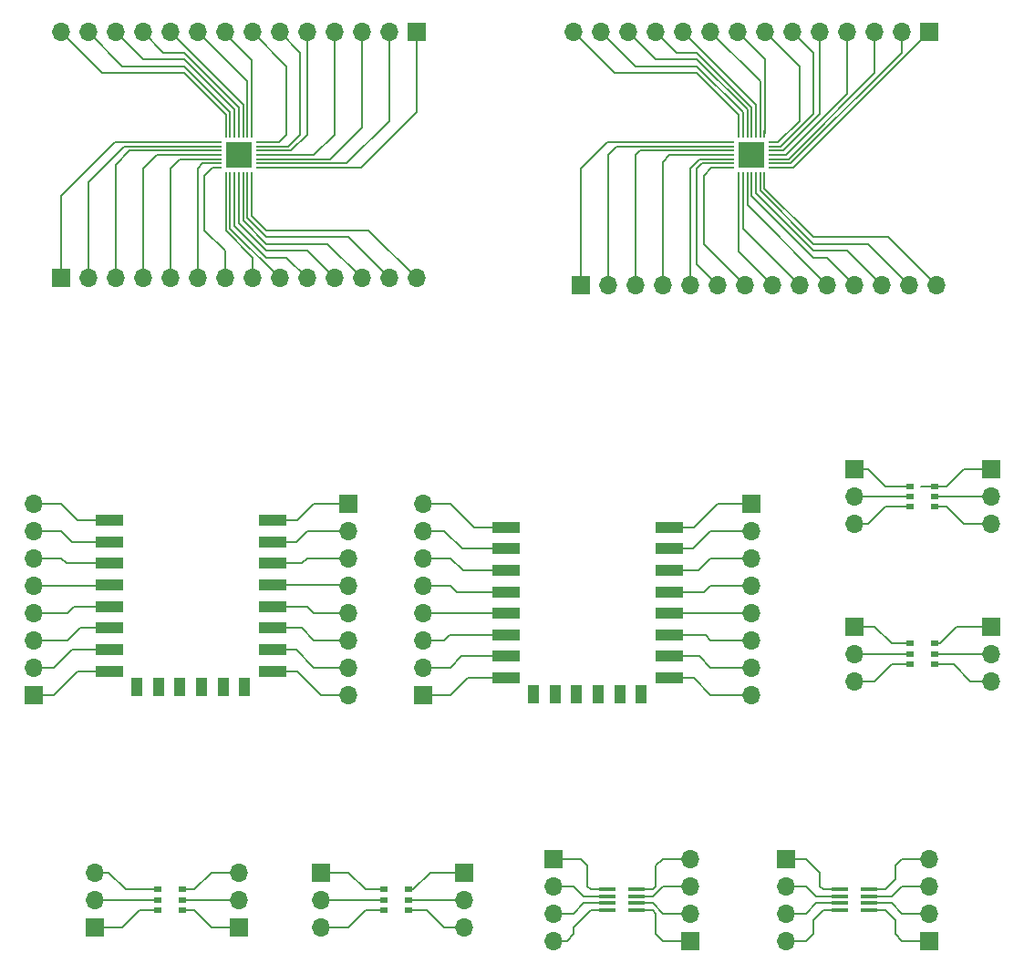
<source format=gbr>
G04 #@! TF.FileFunction,Copper,L1,Top,Signal*
%FSLAX46Y46*%
G04 Gerber Fmt 4.6, Leading zero omitted, Abs format (unit mm)*
G04 Created by KiCad (PCBNEW 4.0.7) date 02/20/18 21:57:49*
%MOMM*%
%LPD*%
G01*
G04 APERTURE LIST*
%ADD10C,0.100000*%
%ADD11R,0.800000X0.200000*%
%ADD12R,0.200000X0.800000*%
%ADD13R,1.200000X1.200000*%
%ADD14R,1.700000X1.700000*%
%ADD15O,1.700000X1.700000*%
%ADD16R,0.700000X0.510000*%
%ADD17R,2.500000X1.000000*%
%ADD18R,1.000000X1.800000*%
%ADD19R,1.560000X0.400000*%
%ADD20C,0.160000*%
G04 APERTURE END LIST*
D10*
D11*
X40050000Y-37395000D03*
X40050000Y-36995000D03*
X40050000Y-36595000D03*
X40050000Y-36195000D03*
X40050000Y-35795000D03*
X40050000Y-35395000D03*
X40050000Y-34995000D03*
D12*
X39300000Y-34245000D03*
X38900000Y-34245000D03*
X38500000Y-34245000D03*
X38100000Y-34245000D03*
X37700000Y-34245000D03*
X37300000Y-34245000D03*
X36900000Y-34245000D03*
D11*
X36150000Y-34995000D03*
X36150000Y-35395000D03*
X36150000Y-35795000D03*
X36150000Y-36195000D03*
X36150000Y-36595000D03*
X36150000Y-36995000D03*
X36150000Y-37395000D03*
D12*
X36900000Y-38145000D03*
X37300000Y-38145000D03*
X37700000Y-38145000D03*
X38100000Y-38145000D03*
X38500000Y-38145000D03*
X38900000Y-38145000D03*
X39300000Y-38145000D03*
D13*
X37500000Y-35595000D03*
X37500000Y-36795000D03*
X38700000Y-35595000D03*
X38700000Y-36795000D03*
D14*
X54610000Y-24765000D03*
D15*
X52070000Y-24765000D03*
X49530000Y-24765000D03*
X46990000Y-24765000D03*
X44450000Y-24765000D03*
X41910000Y-24765000D03*
X39370000Y-24765000D03*
X36830000Y-24765000D03*
X34290000Y-24765000D03*
X31750000Y-24765000D03*
X29210000Y-24765000D03*
X26670000Y-24765000D03*
X24130000Y-24765000D03*
X21590000Y-24765000D03*
D14*
X21590000Y-47625000D03*
D15*
X24130000Y-47625000D03*
X26670000Y-47625000D03*
X29210000Y-47625000D03*
X31750000Y-47625000D03*
X34290000Y-47625000D03*
X36830000Y-47625000D03*
X39370000Y-47625000D03*
X41910000Y-47625000D03*
X44450000Y-47625000D03*
X46990000Y-47625000D03*
X49530000Y-47625000D03*
X52070000Y-47625000D03*
X54610000Y-47625000D03*
D14*
X21590000Y-47625000D03*
D15*
X24130000Y-47625000D03*
X26670000Y-47625000D03*
X29210000Y-47625000D03*
X31750000Y-47625000D03*
X34290000Y-47625000D03*
X36830000Y-47625000D03*
X39370000Y-47625000D03*
X41910000Y-47625000D03*
X44450000Y-47625000D03*
X46990000Y-47625000D03*
X49530000Y-47625000D03*
X52070000Y-47625000D03*
X54610000Y-47625000D03*
D14*
X54610000Y-24765000D03*
D15*
X52070000Y-24765000D03*
X49530000Y-24765000D03*
X46990000Y-24765000D03*
X44450000Y-24765000D03*
X41910000Y-24765000D03*
X39370000Y-24765000D03*
X36830000Y-24765000D03*
X34290000Y-24765000D03*
X31750000Y-24765000D03*
X29210000Y-24765000D03*
X26670000Y-24765000D03*
X24130000Y-24765000D03*
X21590000Y-24765000D03*
D11*
X40050000Y-37395000D03*
X40050000Y-36995000D03*
X40050000Y-36595000D03*
X40050000Y-36195000D03*
X40050000Y-35795000D03*
X40050000Y-35395000D03*
X40050000Y-34995000D03*
D12*
X39300000Y-34245000D03*
X38900000Y-34245000D03*
X38500000Y-34245000D03*
X38100000Y-34245000D03*
X37700000Y-34245000D03*
X37300000Y-34245000D03*
X36900000Y-34245000D03*
D11*
X36150000Y-34995000D03*
X36150000Y-35395000D03*
X36150000Y-35795000D03*
X36150000Y-36195000D03*
X36150000Y-36595000D03*
X36150000Y-36995000D03*
X36150000Y-37395000D03*
D12*
X36900000Y-38145000D03*
X37300000Y-38145000D03*
X37700000Y-38145000D03*
X38100000Y-38145000D03*
X38500000Y-38145000D03*
X38900000Y-38145000D03*
X39300000Y-38145000D03*
D13*
X37500000Y-35595000D03*
X37500000Y-36795000D03*
X38700000Y-35595000D03*
X38700000Y-36795000D03*
D14*
X95250000Y-65405000D03*
D15*
X95250000Y-67945000D03*
X95250000Y-70485000D03*
D14*
X19050000Y-86360000D03*
D15*
X19050000Y-83820000D03*
X19050000Y-81280000D03*
X19050000Y-78740000D03*
X19050000Y-76200000D03*
X19050000Y-73660000D03*
X19050000Y-71120000D03*
X19050000Y-68580000D03*
D14*
X107950000Y-65405000D03*
D15*
X107950000Y-67945000D03*
X107950000Y-70485000D03*
D14*
X48260000Y-68580000D03*
D15*
X48260000Y-71120000D03*
X48260000Y-73660000D03*
X48260000Y-76200000D03*
X48260000Y-78740000D03*
X48260000Y-81280000D03*
X48260000Y-83820000D03*
X48260000Y-86360000D03*
D14*
X69850000Y-48260000D03*
D15*
X72390000Y-48260000D03*
X74930000Y-48260000D03*
X77470000Y-48260000D03*
X80010000Y-48260000D03*
X82550000Y-48260000D03*
X85090000Y-48260000D03*
X87630000Y-48260000D03*
X90170000Y-48260000D03*
X92710000Y-48260000D03*
X95250000Y-48260000D03*
X97790000Y-48260000D03*
X100330000Y-48260000D03*
X102870000Y-48260000D03*
D14*
X102235000Y-24765000D03*
D15*
X99695000Y-24765000D03*
X97155000Y-24765000D03*
X94615000Y-24765000D03*
X92075000Y-24765000D03*
X89535000Y-24765000D03*
X86995000Y-24765000D03*
X84455000Y-24765000D03*
X81915000Y-24765000D03*
X79375000Y-24765000D03*
X76835000Y-24765000D03*
X74295000Y-24765000D03*
X71755000Y-24765000D03*
X69215000Y-24765000D03*
D14*
X95250000Y-80010000D03*
D15*
X95250000Y-82550000D03*
X95250000Y-85090000D03*
D14*
X55245000Y-86360000D03*
D15*
X55245000Y-83820000D03*
X55245000Y-81280000D03*
X55245000Y-78740000D03*
X55245000Y-76200000D03*
X55245000Y-73660000D03*
X55245000Y-71120000D03*
X55245000Y-68580000D03*
D14*
X107950000Y-80010000D03*
D15*
X107950000Y-82550000D03*
X107950000Y-85090000D03*
D14*
X45720000Y-102870000D03*
D15*
X45720000Y-105410000D03*
X45720000Y-107950000D03*
D14*
X38100000Y-107950000D03*
D15*
X38100000Y-105410000D03*
X38100000Y-102870000D03*
D14*
X85725000Y-68580000D03*
D15*
X85725000Y-71120000D03*
X85725000Y-73660000D03*
X85725000Y-76200000D03*
X85725000Y-78740000D03*
X85725000Y-81280000D03*
X85725000Y-83820000D03*
X85725000Y-86360000D03*
D14*
X59055000Y-102870000D03*
D15*
X59055000Y-105410000D03*
X59055000Y-107950000D03*
D14*
X24765000Y-107950000D03*
D15*
X24765000Y-105410000D03*
X24765000Y-102870000D03*
D16*
X100440000Y-66995000D03*
X100440000Y-67945000D03*
X100440000Y-68895000D03*
X102760000Y-68895000D03*
X102760000Y-67945000D03*
X102760000Y-66995000D03*
D11*
X87675000Y-37395000D03*
X87675000Y-36995000D03*
X87675000Y-36595000D03*
X87675000Y-36195000D03*
X87675000Y-35795000D03*
X87675000Y-35395000D03*
X87675000Y-34995000D03*
D12*
X86925000Y-34245000D03*
X86525000Y-34245000D03*
X86125000Y-34245000D03*
X85725000Y-34245000D03*
X85325000Y-34245000D03*
X84925000Y-34245000D03*
X84525000Y-34245000D03*
D11*
X83775000Y-34995000D03*
X83775000Y-35395000D03*
X83775000Y-35795000D03*
X83775000Y-36195000D03*
X83775000Y-36595000D03*
X83775000Y-36995000D03*
X83775000Y-37395000D03*
D12*
X84525000Y-38145000D03*
X84925000Y-38145000D03*
X85325000Y-38145000D03*
X85725000Y-38145000D03*
X86125000Y-38145000D03*
X86525000Y-38145000D03*
X86925000Y-38145000D03*
D13*
X85125000Y-35595000D03*
X85125000Y-36795000D03*
X86325000Y-35595000D03*
X86325000Y-36795000D03*
D16*
X100440000Y-81600000D03*
X100440000Y-82550000D03*
X100440000Y-83500000D03*
X102760000Y-83500000D03*
X102760000Y-82550000D03*
X102760000Y-81600000D03*
X51545000Y-104460000D03*
X51545000Y-105410000D03*
X51545000Y-106360000D03*
X53865000Y-106360000D03*
X53865000Y-105410000D03*
X53865000Y-104460000D03*
D17*
X26055000Y-70160000D03*
X26055000Y-72160000D03*
X26055000Y-74160000D03*
X26055000Y-76160000D03*
X26055000Y-78160000D03*
X26055000Y-80160000D03*
X26055000Y-82160000D03*
X26055000Y-84160000D03*
D18*
X28655000Y-85660000D03*
X30655000Y-85660000D03*
X32655000Y-85660000D03*
X34655000Y-85660000D03*
X36655000Y-85660000D03*
X38655000Y-85660000D03*
D17*
X41255000Y-84160000D03*
X41255000Y-82160000D03*
X41255000Y-80160000D03*
X41255000Y-78160000D03*
X41255000Y-76160000D03*
X41255000Y-74160000D03*
X41255000Y-72160000D03*
X41255000Y-70160000D03*
X62885000Y-70795000D03*
X62885000Y-72795000D03*
X62885000Y-74795000D03*
X62885000Y-76795000D03*
X62885000Y-78795000D03*
X62885000Y-80795000D03*
X62885000Y-82795000D03*
X62885000Y-84795000D03*
D18*
X65485000Y-86295000D03*
X67485000Y-86295000D03*
X69485000Y-86295000D03*
X71485000Y-86295000D03*
X73485000Y-86295000D03*
X75485000Y-86295000D03*
D17*
X78085000Y-84795000D03*
X78085000Y-82795000D03*
X78085000Y-80795000D03*
X78085000Y-78795000D03*
X78085000Y-76795000D03*
X78085000Y-74795000D03*
X78085000Y-72795000D03*
X78085000Y-70795000D03*
D16*
X32910000Y-106360000D03*
X32910000Y-105410000D03*
X32910000Y-104460000D03*
X30590000Y-104460000D03*
X30590000Y-105410000D03*
X30590000Y-106360000D03*
D14*
X80010000Y-109220000D03*
D15*
X80010000Y-106680000D03*
X80010000Y-104140000D03*
X80010000Y-101600000D03*
D14*
X67310000Y-101600000D03*
D15*
X67310000Y-104140000D03*
X67310000Y-106680000D03*
X67310000Y-109220000D03*
D14*
X102235000Y-109220000D03*
D15*
X102235000Y-106680000D03*
X102235000Y-104140000D03*
X102235000Y-101600000D03*
D14*
X88900000Y-101600000D03*
D15*
X88900000Y-104140000D03*
X88900000Y-106680000D03*
X88900000Y-109220000D03*
D19*
X72310000Y-104430000D03*
X72310000Y-105080000D03*
X72310000Y-105740000D03*
X72310000Y-106390000D03*
X75010000Y-106390000D03*
X75010000Y-105740000D03*
X75010000Y-105080000D03*
X75010000Y-104430000D03*
X93900000Y-104430000D03*
X93900000Y-105080000D03*
X93900000Y-105740000D03*
X93900000Y-106390000D03*
X96600000Y-106390000D03*
X96600000Y-105740000D03*
X96600000Y-105080000D03*
X96600000Y-104430000D03*
D20*
X26600000Y-34995000D02*
X36150000Y-34995000D01*
X21590000Y-40005000D02*
X26600000Y-34995000D01*
X21590000Y-47625000D02*
X21590000Y-40005000D01*
X21590000Y-47625000D02*
X21590000Y-40005000D01*
X21590000Y-40005000D02*
X26600000Y-34995000D01*
X26600000Y-34995000D02*
X36150000Y-34995000D01*
X27470000Y-35395000D02*
X36150000Y-35395000D01*
X24130000Y-38735000D02*
X27470000Y-35395000D01*
X24130000Y-47625000D02*
X24130000Y-38735000D01*
X24130000Y-47625000D02*
X24130000Y-38735000D01*
X24130000Y-38735000D02*
X27470000Y-35395000D01*
X27470000Y-35395000D02*
X36150000Y-35395000D01*
X27974240Y-35795000D02*
X36150000Y-35795000D01*
X26670000Y-37099240D02*
X27974240Y-35795000D01*
X26670000Y-47625000D02*
X26670000Y-37099240D01*
X26670000Y-47625000D02*
X26670000Y-37099240D01*
X26670000Y-37099240D02*
X27974240Y-35795000D01*
X27974240Y-35795000D02*
X36150000Y-35795000D01*
X30480000Y-36195000D02*
X36150000Y-36195000D01*
X29210000Y-37465000D02*
X30480000Y-36195000D01*
X29210000Y-47625000D02*
X29210000Y-37465000D01*
X29210000Y-47625000D02*
X29210000Y-37465000D01*
X29210000Y-37465000D02*
X30480000Y-36195000D01*
X30480000Y-36195000D02*
X36150000Y-36195000D01*
X32620000Y-36595000D02*
X36150000Y-36595000D01*
X31750000Y-37465000D02*
X32620000Y-36595000D01*
X31750000Y-47625000D02*
X31750000Y-37465000D01*
X31750000Y-47625000D02*
X31750000Y-37465000D01*
X31750000Y-37465000D02*
X32620000Y-36595000D01*
X32620000Y-36595000D02*
X36150000Y-36595000D01*
X34290000Y-37465000D02*
X34290000Y-47625000D01*
X34760000Y-36995000D02*
X34290000Y-37465000D01*
X36150000Y-36995000D02*
X34760000Y-36995000D01*
X36150000Y-36995000D02*
X34760000Y-36995000D01*
X34760000Y-36995000D02*
X34290000Y-37465000D01*
X34290000Y-37465000D02*
X34290000Y-47625000D01*
X36830000Y-45085000D02*
X36830000Y-47625000D01*
X34925000Y-43180000D02*
X36830000Y-45085000D01*
X34925000Y-38100000D02*
X34925000Y-43180000D01*
X35630000Y-37395000D02*
X34925000Y-38100000D01*
X36150000Y-37395000D02*
X35630000Y-37395000D01*
X36150000Y-37395000D02*
X35630000Y-37395000D01*
X35630000Y-37395000D02*
X34925000Y-38100000D01*
X34925000Y-38100000D02*
X34925000Y-43180000D01*
X34925000Y-43180000D02*
X36830000Y-45085000D01*
X36830000Y-45085000D02*
X36830000Y-47625000D01*
X39370000Y-45720000D02*
X39370000Y-47625000D01*
X36900000Y-43250000D02*
X39370000Y-45720000D01*
X36900000Y-38145000D02*
X36900000Y-43250000D01*
X36900000Y-38145000D02*
X36900000Y-43250000D01*
X36900000Y-43250000D02*
X39370000Y-45720000D01*
X39370000Y-45720000D02*
X39370000Y-47625000D01*
X37300000Y-43015000D02*
X41910000Y-47625000D01*
X37300000Y-38145000D02*
X37300000Y-43015000D01*
X37300000Y-38145000D02*
X37300000Y-43015000D01*
X37300000Y-43015000D02*
X41910000Y-47625000D01*
X42545000Y-45720000D02*
X44450000Y-47625000D01*
X40640000Y-45720000D02*
X42545000Y-45720000D01*
X37700000Y-42780000D02*
X40640000Y-45720000D01*
X37700000Y-38145000D02*
X37700000Y-42780000D01*
X37700000Y-38145000D02*
X37700000Y-42780000D01*
X37700000Y-42780000D02*
X40640000Y-45720000D01*
X40640000Y-45720000D02*
X42545000Y-45720000D01*
X42545000Y-45720000D02*
X44450000Y-47625000D01*
X44450000Y-45085000D02*
X46990000Y-47625000D01*
X40640000Y-45085000D02*
X44450000Y-45085000D01*
X38100000Y-42545000D02*
X40640000Y-45085000D01*
X38100000Y-38145000D02*
X38100000Y-42545000D01*
X38100000Y-38145000D02*
X38100000Y-42545000D01*
X38100000Y-42545000D02*
X40640000Y-45085000D01*
X40640000Y-45085000D02*
X44450000Y-45085000D01*
X44450000Y-45085000D02*
X46990000Y-47625000D01*
X46355000Y-44450000D02*
X49530000Y-47625000D01*
X40640000Y-44450000D02*
X46355000Y-44450000D01*
X38500000Y-42310000D02*
X40640000Y-44450000D01*
X38500000Y-38145000D02*
X38500000Y-42310000D01*
X38500000Y-38145000D02*
X38500000Y-42310000D01*
X38500000Y-42310000D02*
X40640000Y-44450000D01*
X40640000Y-44450000D02*
X46355000Y-44450000D01*
X46355000Y-44450000D02*
X49530000Y-47625000D01*
X48260000Y-43815000D02*
X52070000Y-47625000D01*
X40640000Y-43815000D02*
X48260000Y-43815000D01*
X38900000Y-42075000D02*
X40640000Y-43815000D01*
X38900000Y-38145000D02*
X38900000Y-42075000D01*
X38900000Y-38145000D02*
X38900000Y-42075000D01*
X38900000Y-42075000D02*
X40640000Y-43815000D01*
X40640000Y-43815000D02*
X48260000Y-43815000D01*
X48260000Y-43815000D02*
X52070000Y-47625000D01*
X50165000Y-43180000D02*
X54610000Y-47625000D01*
X40640000Y-43180000D02*
X50165000Y-43180000D01*
X39300000Y-41840000D02*
X40640000Y-43180000D01*
X39300000Y-38145000D02*
X39300000Y-41840000D01*
X39300000Y-38145000D02*
X39300000Y-41840000D01*
X39300000Y-41840000D02*
X40640000Y-43180000D01*
X40640000Y-43180000D02*
X50165000Y-43180000D01*
X50165000Y-43180000D02*
X54610000Y-47625000D01*
X54610000Y-32245000D02*
X54610000Y-24765000D01*
X49460000Y-37395000D02*
X54610000Y-32245000D01*
X40050000Y-37395000D02*
X49460000Y-37395000D01*
X40050000Y-37395000D02*
X49460000Y-37395000D01*
X49460000Y-37395000D02*
X54610000Y-32245000D01*
X54610000Y-32245000D02*
X54610000Y-24765000D01*
X52070000Y-33020000D02*
X52070000Y-24765000D01*
X48095000Y-36995000D02*
X52070000Y-33020000D01*
X40050000Y-36995000D02*
X48095000Y-36995000D01*
X40050000Y-36995000D02*
X48095000Y-36995000D01*
X48095000Y-36995000D02*
X52070000Y-33020000D01*
X52070000Y-33020000D02*
X52070000Y-24765000D01*
X49530000Y-33655000D02*
X49530000Y-24765000D01*
X46590000Y-36595000D02*
X49530000Y-33655000D01*
X40050000Y-36595000D02*
X46590000Y-36595000D01*
X40050000Y-36595000D02*
X46590000Y-36595000D01*
X46590000Y-36595000D02*
X49530000Y-33655000D01*
X49530000Y-33655000D02*
X49530000Y-24765000D01*
X46990000Y-34290000D02*
X46990000Y-24765000D01*
X45085000Y-36195000D02*
X46990000Y-34290000D01*
X40050000Y-36195000D02*
X45085000Y-36195000D01*
X40050000Y-36195000D02*
X45085000Y-36195000D01*
X45085000Y-36195000D02*
X46990000Y-34290000D01*
X46990000Y-34290000D02*
X46990000Y-24765000D01*
X44450000Y-34290000D02*
X44450000Y-24765000D01*
X42945000Y-35795000D02*
X44450000Y-34290000D01*
X40050000Y-35795000D02*
X42945000Y-35795000D01*
X40050000Y-35795000D02*
X42945000Y-35795000D01*
X42945000Y-35795000D02*
X44450000Y-34290000D01*
X44450000Y-34290000D02*
X44450000Y-24765000D01*
X43815000Y-26670000D02*
X41910000Y-24765000D01*
X43815000Y-34290000D02*
X43815000Y-26670000D01*
X42710000Y-35395000D02*
X43815000Y-34290000D01*
X40050000Y-35395000D02*
X42710000Y-35395000D01*
X40050000Y-35395000D02*
X42710000Y-35395000D01*
X42710000Y-35395000D02*
X43815000Y-34290000D01*
X43815000Y-34290000D02*
X43815000Y-26670000D01*
X43815000Y-26670000D02*
X41910000Y-24765000D01*
X42545000Y-27940000D02*
X39370000Y-24765000D01*
X42545000Y-34290000D02*
X42545000Y-27940000D01*
X41840000Y-34995000D02*
X42545000Y-34290000D01*
X40050000Y-34995000D02*
X41840000Y-34995000D01*
X40050000Y-34995000D02*
X41840000Y-34995000D01*
X41840000Y-34995000D02*
X42545000Y-34290000D01*
X42545000Y-34290000D02*
X42545000Y-27940000D01*
X42545000Y-27940000D02*
X39370000Y-24765000D01*
X36830000Y-24905000D02*
X36830000Y-24765000D01*
X39300000Y-27375000D02*
X36830000Y-24905000D01*
X39300000Y-34245000D02*
X39300000Y-27375000D01*
X39300000Y-34245000D02*
X39300000Y-27375000D01*
X39300000Y-27375000D02*
X36830000Y-24905000D01*
X36830000Y-24905000D02*
X36830000Y-24765000D01*
X38900000Y-29375000D02*
X34290000Y-24765000D01*
X38900000Y-34245000D02*
X38900000Y-29375000D01*
X38900000Y-34245000D02*
X38900000Y-29375000D01*
X38900000Y-29375000D02*
X34290000Y-24765000D01*
X38500000Y-31515000D02*
X31750000Y-24765000D01*
X38500000Y-34245000D02*
X38500000Y-31515000D01*
X38500000Y-34245000D02*
X38500000Y-31515000D01*
X38500000Y-31515000D02*
X31750000Y-24765000D01*
X31115000Y-26670000D02*
X29210000Y-24765000D01*
X33020000Y-26670000D02*
X31115000Y-26670000D01*
X38100000Y-31750000D02*
X33020000Y-26670000D01*
X38100000Y-34245000D02*
X38100000Y-31750000D01*
X38100000Y-34245000D02*
X38100000Y-31750000D01*
X38100000Y-31750000D02*
X33020000Y-26670000D01*
X33020000Y-26670000D02*
X31115000Y-26670000D01*
X31115000Y-26670000D02*
X29210000Y-24765000D01*
X29210000Y-27305000D02*
X26670000Y-24765000D01*
X33020000Y-27305000D02*
X29210000Y-27305000D01*
X37700000Y-31985000D02*
X33020000Y-27305000D01*
X37700000Y-34245000D02*
X37700000Y-31985000D01*
X37700000Y-34245000D02*
X37700000Y-31985000D01*
X37700000Y-31985000D02*
X33020000Y-27305000D01*
X33020000Y-27305000D02*
X29210000Y-27305000D01*
X29210000Y-27305000D02*
X26670000Y-24765000D01*
X27305000Y-27940000D02*
X24130000Y-24765000D01*
X33020000Y-27940000D02*
X27305000Y-27940000D01*
X37300000Y-32220000D02*
X33020000Y-27940000D01*
X37300000Y-34245000D02*
X37300000Y-32220000D01*
X37300000Y-34245000D02*
X37300000Y-32220000D01*
X37300000Y-32220000D02*
X33020000Y-27940000D01*
X33020000Y-27940000D02*
X27305000Y-27940000D01*
X27305000Y-27940000D02*
X24130000Y-24765000D01*
X25400000Y-28575000D02*
X21590000Y-24765000D01*
X33020000Y-28575000D02*
X25400000Y-28575000D01*
X36900000Y-32455000D02*
X33020000Y-28575000D01*
X36900000Y-34245000D02*
X36900000Y-32455000D01*
X36900000Y-34245000D02*
X36900000Y-32455000D01*
X36900000Y-32455000D02*
X33020000Y-28575000D01*
X33020000Y-28575000D02*
X25400000Y-28575000D01*
X25400000Y-28575000D02*
X21590000Y-24765000D01*
X99060000Y-66995000D02*
X100440000Y-66995000D01*
X99170000Y-66995000D02*
X99060000Y-66995000D01*
X99060000Y-66995000D02*
X98110000Y-66995000D01*
X98110000Y-66995000D02*
X96520000Y-65405000D01*
X96520000Y-65405000D02*
X95250000Y-65405000D01*
X99060000Y-67945000D02*
X100440000Y-67945000D01*
X95250000Y-67945000D02*
X99060000Y-67945000D01*
X99060000Y-67945000D02*
X99170000Y-67945000D01*
X99060000Y-68895000D02*
X100440000Y-68895000D01*
X95250000Y-70485000D02*
X96520000Y-70485000D01*
X96520000Y-70485000D02*
X98110000Y-68895000D01*
X98110000Y-68895000D02*
X99060000Y-68895000D01*
X99060000Y-68895000D02*
X99170000Y-68895000D01*
X19050000Y-86360000D02*
X20955000Y-86360000D01*
X20955000Y-86360000D02*
X23155000Y-84160000D01*
X23155000Y-84160000D02*
X26055000Y-84160000D01*
X19050000Y-83820000D02*
X20955000Y-83820000D01*
X20955000Y-83820000D02*
X22615000Y-82160000D01*
X22615000Y-82160000D02*
X26055000Y-82160000D01*
X19050000Y-81280000D02*
X22225000Y-81280000D01*
X22225000Y-81280000D02*
X23345000Y-80160000D01*
X23345000Y-80160000D02*
X26055000Y-80160000D01*
X19050000Y-78740000D02*
X22225000Y-78740000D01*
X22225000Y-78740000D02*
X22805000Y-78160000D01*
X22805000Y-78160000D02*
X26055000Y-78160000D01*
X19050000Y-76200000D02*
X26015000Y-76200000D01*
X26015000Y-76200000D02*
X26055000Y-76160000D01*
X19050000Y-73660000D02*
X21590000Y-73660000D01*
X21590000Y-73660000D02*
X22090000Y-74160000D01*
X22090000Y-74160000D02*
X26055000Y-74160000D01*
X19050000Y-71120000D02*
X21590000Y-71120000D01*
X21590000Y-71120000D02*
X22630000Y-72160000D01*
X22630000Y-72160000D02*
X26055000Y-72160000D01*
X19050000Y-68580000D02*
X21590000Y-68580000D01*
X21590000Y-68580000D02*
X23170000Y-70160000D01*
X23170000Y-70160000D02*
X26055000Y-70160000D01*
X102760000Y-66995000D02*
X103820000Y-66995000D01*
X103820000Y-66995000D02*
X105410000Y-65405000D01*
X105410000Y-65405000D02*
X107950000Y-65405000D01*
X102550000Y-66995000D02*
X101490000Y-66995000D01*
X102760000Y-67945000D02*
X107950000Y-67945000D01*
X102760000Y-68895000D02*
X103820000Y-68895000D01*
X103820000Y-68895000D02*
X105410000Y-70485000D01*
X105410000Y-70485000D02*
X107950000Y-70485000D01*
X41255000Y-70160000D02*
X43505000Y-70160000D01*
X43505000Y-70160000D02*
X45085000Y-68580000D01*
X45085000Y-68580000D02*
X48260000Y-68580000D01*
X41255000Y-72160000D02*
X43410000Y-72160000D01*
X43410000Y-72160000D02*
X44450000Y-71120000D01*
X44450000Y-71120000D02*
X48260000Y-71120000D01*
X41255000Y-74160000D02*
X43950000Y-74160000D01*
X43950000Y-74160000D02*
X44450000Y-73660000D01*
X44450000Y-73660000D02*
X48260000Y-73660000D01*
X41255000Y-76160000D02*
X48220000Y-76160000D01*
X48220000Y-76160000D02*
X48260000Y-76200000D01*
X41255000Y-78160000D02*
X44505000Y-78160000D01*
X44505000Y-78160000D02*
X45085000Y-78740000D01*
X45085000Y-78740000D02*
X48260000Y-78740000D01*
X41255000Y-80160000D02*
X43965000Y-80160000D01*
X43965000Y-80160000D02*
X45085000Y-81280000D01*
X45085000Y-81280000D02*
X48260000Y-81280000D01*
X41255000Y-82160000D02*
X43425000Y-82160000D01*
X43425000Y-82160000D02*
X45085000Y-83820000D01*
X45085000Y-83820000D02*
X48260000Y-83820000D01*
X41255000Y-84160000D02*
X43520000Y-84160000D01*
X43520000Y-84160000D02*
X45720000Y-86360000D01*
X45720000Y-86360000D02*
X48260000Y-86360000D01*
X69850000Y-48260000D02*
X69850000Y-37465000D01*
X69850000Y-37465000D02*
X72320000Y-34995000D01*
X72320000Y-34995000D02*
X83775000Y-34995000D01*
X72390000Y-48260000D02*
X72390000Y-36195000D01*
X72390000Y-36195000D02*
X73190000Y-35395000D01*
X73190000Y-35395000D02*
X83775000Y-35395000D01*
X74930000Y-48260000D02*
X74930000Y-36195000D01*
X74930000Y-36195000D02*
X75330000Y-35795000D01*
X75330000Y-35795000D02*
X83775000Y-35795000D01*
X77470000Y-48260000D02*
X77470000Y-36830000D01*
X77470000Y-36830000D02*
X78105000Y-36195000D01*
X78105000Y-36195000D02*
X83775000Y-36195000D01*
X80010000Y-48260000D02*
X80010000Y-37465000D01*
X80010000Y-37465000D02*
X80880000Y-36595000D01*
X80880000Y-36595000D02*
X83775000Y-36595000D01*
X83775000Y-36995000D02*
X81115000Y-36995000D01*
X81115000Y-36995000D02*
X80645000Y-37465000D01*
X80645000Y-37465000D02*
X80645000Y-46355000D01*
X80645000Y-46355000D02*
X82550000Y-48260000D01*
X83775000Y-37395000D02*
X81985000Y-37395000D01*
X81985000Y-37395000D02*
X81280000Y-38100000D01*
X81280000Y-38100000D02*
X81280000Y-44450000D01*
X81280000Y-44450000D02*
X85090000Y-48260000D01*
X84525000Y-38145000D02*
X84525000Y-45155000D01*
X84525000Y-45155000D02*
X87630000Y-48260000D01*
X84925000Y-38145000D02*
X84925000Y-43015000D01*
X84925000Y-43015000D02*
X90170000Y-48260000D01*
X85325000Y-38145000D02*
X85325000Y-40875000D01*
X85325000Y-40875000D02*
X92710000Y-48260000D01*
X85725000Y-38145000D02*
X85725000Y-40005000D01*
X85725000Y-40005000D02*
X91440000Y-45720000D01*
X91440000Y-45720000D02*
X92710000Y-45720000D01*
X92710000Y-45720000D02*
X95250000Y-48260000D01*
X86125000Y-38145000D02*
X86125000Y-39770000D01*
X86125000Y-39770000D02*
X91440000Y-45085000D01*
X91440000Y-45085000D02*
X94615000Y-45085000D01*
X94615000Y-45085000D02*
X97790000Y-48260000D01*
X86525000Y-38145000D02*
X86525000Y-39535000D01*
X86525000Y-39535000D02*
X91440000Y-44450000D01*
X91440000Y-44450000D02*
X96520000Y-44450000D01*
X96520000Y-44450000D02*
X100330000Y-48260000D01*
X86925000Y-38145000D02*
X86925000Y-39300000D01*
X86925000Y-39300000D02*
X91440000Y-43815000D01*
X91440000Y-43815000D02*
X98425000Y-43815000D01*
X98425000Y-43815000D02*
X102870000Y-48260000D01*
X87675000Y-37395000D02*
X89605000Y-37395000D01*
X89605000Y-37395000D02*
X102235000Y-24765000D01*
X87675000Y-36995000D02*
X89370000Y-36995000D01*
X89370000Y-36995000D02*
X99695000Y-26670000D01*
X99695000Y-26670000D02*
X99695000Y-24765000D01*
X87675000Y-36595000D02*
X89135000Y-36595000D01*
X89135000Y-36595000D02*
X97155000Y-28575000D01*
X97155000Y-28575000D02*
X97155000Y-24765000D01*
X87675000Y-36195000D02*
X88900000Y-36195000D01*
X88900000Y-36195000D02*
X94615000Y-30480000D01*
X94615000Y-30480000D02*
X94615000Y-24765000D01*
X87675000Y-35795000D02*
X88665000Y-35795000D01*
X88665000Y-35795000D02*
X92075000Y-32385000D01*
X92075000Y-32385000D02*
X92075000Y-24765000D01*
X87675000Y-35395000D02*
X88430000Y-35395000D01*
X88430000Y-35395000D02*
X91440000Y-32385000D01*
X91440000Y-32385000D02*
X91440000Y-26670000D01*
X91440000Y-26670000D02*
X89535000Y-24765000D01*
X87675000Y-34995000D02*
X88195000Y-34995000D01*
X88195000Y-34995000D02*
X90170000Y-33020000D01*
X90170000Y-33020000D02*
X90170000Y-27940000D01*
X90170000Y-27940000D02*
X86995000Y-24765000D01*
X86925000Y-34245000D02*
X86995000Y-34175000D01*
X86995000Y-34175000D02*
X86995000Y-27305000D01*
X86995000Y-27305000D02*
X84455000Y-24765000D01*
X86525000Y-34245000D02*
X86525000Y-29375000D01*
X86525000Y-29375000D02*
X81915000Y-24765000D01*
X86125000Y-34245000D02*
X86125000Y-31515000D01*
X86125000Y-31515000D02*
X79375000Y-24765000D01*
X85725000Y-34245000D02*
X85725000Y-31750000D01*
X85725000Y-31750000D02*
X80645000Y-26670000D01*
X80645000Y-26670000D02*
X78740000Y-26670000D01*
X78740000Y-26670000D02*
X76835000Y-24765000D01*
X85325000Y-34245000D02*
X85325000Y-31985000D01*
X85325000Y-31985000D02*
X80645000Y-27305000D01*
X80645000Y-27305000D02*
X76835000Y-27305000D01*
X76835000Y-27305000D02*
X74295000Y-24765000D01*
X84925000Y-34245000D02*
X84925000Y-32220000D01*
X84925000Y-32220000D02*
X80645000Y-27940000D01*
X80645000Y-27940000D02*
X74930000Y-27940000D01*
X74930000Y-27940000D02*
X71755000Y-24765000D01*
X84525000Y-34245000D02*
X84525000Y-32455000D01*
X84525000Y-32455000D02*
X80645000Y-28575000D01*
X80645000Y-28575000D02*
X73025000Y-28575000D01*
X73025000Y-28575000D02*
X69215000Y-24765000D01*
X95250000Y-80010000D02*
X97155000Y-80010000D01*
X97155000Y-80010000D02*
X98745000Y-81600000D01*
X98745000Y-81600000D02*
X100440000Y-81600000D01*
X95250000Y-82550000D02*
X100440000Y-82550000D01*
X95250000Y-85090000D02*
X97155000Y-85090000D01*
X97155000Y-85090000D02*
X98745000Y-83500000D01*
X98745000Y-83500000D02*
X100440000Y-83500000D01*
X55245000Y-86360000D02*
X57785000Y-86360000D01*
X57785000Y-86360000D02*
X59350000Y-84795000D01*
X59350000Y-84795000D02*
X62885000Y-84795000D01*
X55245000Y-83820000D02*
X57785000Y-83820000D01*
X57785000Y-83820000D02*
X58810000Y-82795000D01*
X58810000Y-82795000D02*
X62885000Y-82795000D01*
X55245000Y-81280000D02*
X57150000Y-81280000D01*
X57150000Y-81280000D02*
X57635000Y-80795000D01*
X57635000Y-80795000D02*
X62885000Y-80795000D01*
X55245000Y-78740000D02*
X62830000Y-78740000D01*
X62830000Y-78740000D02*
X62885000Y-78795000D01*
X58380000Y-76795000D02*
X62885000Y-76795000D01*
X57785000Y-76200000D02*
X58380000Y-76795000D01*
X55245000Y-76200000D02*
X57785000Y-76200000D01*
X55245000Y-73660000D02*
X57785000Y-73660000D01*
X57785000Y-73660000D02*
X58920000Y-74795000D01*
X58920000Y-74795000D02*
X62885000Y-74795000D01*
X55245000Y-71120000D02*
X57150000Y-71120000D01*
X57150000Y-71120000D02*
X58825000Y-72795000D01*
X58825000Y-72795000D02*
X62885000Y-72795000D01*
X55245000Y-68580000D02*
X57785000Y-68580000D01*
X60000000Y-70795000D02*
X62885000Y-70795000D01*
X57785000Y-68580000D02*
X60000000Y-70795000D01*
X102760000Y-81600000D02*
X103185000Y-81600000D01*
X103185000Y-81600000D02*
X104775000Y-80010000D01*
X104775000Y-80010000D02*
X107950000Y-80010000D01*
X102760000Y-82550000D02*
X107950000Y-82550000D01*
X102760000Y-83500000D02*
X104455000Y-83500000D01*
X104455000Y-83500000D02*
X106045000Y-85090000D01*
X106045000Y-85090000D02*
X107950000Y-85090000D01*
X45720000Y-102870000D02*
X48260000Y-102870000D01*
X48260000Y-102870000D02*
X49850000Y-104460000D01*
X49850000Y-104460000D02*
X51545000Y-104460000D01*
X45720000Y-105410000D02*
X51545000Y-105410000D01*
X45720000Y-107950000D02*
X48260000Y-107950000D01*
X48260000Y-107950000D02*
X49850000Y-106360000D01*
X49850000Y-106360000D02*
X51545000Y-106360000D01*
X32910000Y-106360000D02*
X33970000Y-106360000D01*
X33970000Y-106360000D02*
X35560000Y-107950000D01*
X35560000Y-107950000D02*
X38100000Y-107950000D01*
X32910000Y-105410000D02*
X38100000Y-105410000D01*
X32910000Y-104460000D02*
X33970000Y-104460000D01*
X33970000Y-104460000D02*
X35560000Y-102870000D01*
X35560000Y-102870000D02*
X38100000Y-102870000D01*
X78085000Y-70795000D02*
X80335000Y-70795000D01*
X80335000Y-70795000D02*
X82550000Y-68580000D01*
X82550000Y-68580000D02*
X85725000Y-68580000D01*
X78085000Y-72795000D02*
X80240000Y-72795000D01*
X80240000Y-72795000D02*
X81915000Y-71120000D01*
X81915000Y-71120000D02*
X85725000Y-71120000D01*
X78085000Y-74795000D02*
X80780000Y-74795000D01*
X80780000Y-74795000D02*
X81915000Y-73660000D01*
X81915000Y-73660000D02*
X85725000Y-73660000D01*
X78085000Y-76795000D02*
X81320000Y-76795000D01*
X81320000Y-76795000D02*
X81915000Y-76200000D01*
X81915000Y-76200000D02*
X85725000Y-76200000D01*
X78085000Y-78795000D02*
X85670000Y-78795000D01*
X85670000Y-78795000D02*
X85725000Y-78740000D01*
X78085000Y-80795000D02*
X81430000Y-80795000D01*
X81430000Y-80795000D02*
X81915000Y-81280000D01*
X81915000Y-81280000D02*
X85725000Y-81280000D01*
X78085000Y-82795000D02*
X80890000Y-82795000D01*
X80890000Y-82795000D02*
X81915000Y-83820000D01*
X81915000Y-83820000D02*
X85725000Y-83820000D01*
X78085000Y-84795000D02*
X80350000Y-84795000D01*
X80350000Y-84795000D02*
X81915000Y-86360000D01*
X81915000Y-86360000D02*
X85725000Y-86360000D01*
X53865000Y-104460000D02*
X54290000Y-104460000D01*
X54290000Y-104460000D02*
X55880000Y-102870000D01*
X55880000Y-102870000D02*
X59055000Y-102870000D01*
X53865000Y-105410000D02*
X59055000Y-105410000D01*
X53865000Y-106360000D02*
X55560000Y-106360000D01*
X55560000Y-106360000D02*
X57150000Y-107950000D01*
X57150000Y-107950000D02*
X59055000Y-107950000D01*
X24765000Y-107950000D02*
X27305000Y-107950000D01*
X27305000Y-107950000D02*
X28895000Y-106360000D01*
X28895000Y-106360000D02*
X30590000Y-106360000D01*
X24765000Y-105410000D02*
X30590000Y-105410000D01*
X24765000Y-102870000D02*
X26035000Y-102870000D01*
X26035000Y-102870000D02*
X27625000Y-104460000D01*
X27625000Y-104460000D02*
X30590000Y-104460000D01*
X75010000Y-106390000D02*
X76545000Y-106390000D01*
X76545000Y-106390000D02*
X76835000Y-106680000D01*
X76835000Y-106680000D02*
X76835000Y-108585000D01*
X76835000Y-108585000D02*
X77470000Y-109220000D01*
X77470000Y-109220000D02*
X80010000Y-109220000D01*
X75010000Y-105740000D02*
X76530000Y-105740000D01*
X76530000Y-105740000D02*
X77470000Y-106680000D01*
X77470000Y-106680000D02*
X80010000Y-106680000D01*
X75010000Y-105080000D02*
X76530000Y-105080000D01*
X76530000Y-105080000D02*
X77470000Y-104140000D01*
X77470000Y-104140000D02*
X80010000Y-104140000D01*
X75010000Y-104430000D02*
X76545000Y-104430000D01*
X76545000Y-104430000D02*
X76835000Y-104140000D01*
X76835000Y-104140000D02*
X76835000Y-102235000D01*
X76835000Y-102235000D02*
X77470000Y-101600000D01*
X77470000Y-101600000D02*
X80010000Y-101600000D01*
X72310000Y-104430000D02*
X70775000Y-104430000D01*
X70775000Y-104430000D02*
X70485000Y-104140000D01*
X70485000Y-104140000D02*
X70485000Y-102235000D01*
X70485000Y-102235000D02*
X69850000Y-101600000D01*
X69850000Y-101600000D02*
X67310000Y-101600000D01*
X72310000Y-105080000D02*
X70155000Y-105080000D01*
X70155000Y-105080000D02*
X69215000Y-104140000D01*
X69215000Y-104140000D02*
X67310000Y-104140000D01*
X72310000Y-105740000D02*
X70155000Y-105740000D01*
X70155000Y-105740000D02*
X69215000Y-106680000D01*
X69215000Y-106680000D02*
X67310000Y-106680000D01*
X72310000Y-106390000D02*
X70775000Y-106390000D01*
X70775000Y-106390000D02*
X69215000Y-107950000D01*
X69215000Y-107950000D02*
X69215000Y-108585000D01*
X69215000Y-108585000D02*
X68580000Y-109220000D01*
X68580000Y-109220000D02*
X67310000Y-109220000D01*
X96600000Y-106390000D02*
X98135000Y-106390000D01*
X98135000Y-106390000D02*
X99060000Y-107315000D01*
X99060000Y-107315000D02*
X99060000Y-108585000D01*
X99060000Y-108585000D02*
X99695000Y-109220000D01*
X99695000Y-109220000D02*
X102235000Y-109220000D01*
X96600000Y-105740000D02*
X98755000Y-105740000D01*
X98755000Y-105740000D02*
X99695000Y-106680000D01*
X99695000Y-106680000D02*
X102235000Y-106680000D01*
X96600000Y-105080000D02*
X98755000Y-105080000D01*
X98755000Y-105080000D02*
X99695000Y-104140000D01*
X99695000Y-104140000D02*
X102235000Y-104140000D01*
X96600000Y-104430000D02*
X98135000Y-104430000D01*
X98135000Y-104430000D02*
X99060000Y-103505000D01*
X99060000Y-103505000D02*
X99060000Y-102235000D01*
X99060000Y-102235000D02*
X99695000Y-101600000D01*
X99695000Y-101600000D02*
X102235000Y-101600000D01*
X88900000Y-101600000D02*
X90805000Y-101600000D01*
X90805000Y-101600000D02*
X92075000Y-102870000D01*
X92075000Y-102870000D02*
X92075000Y-104140000D01*
X92075000Y-104140000D02*
X92365000Y-104430000D01*
X92365000Y-104430000D02*
X93900000Y-104430000D01*
X93900000Y-105080000D02*
X91745000Y-105080000D01*
X91745000Y-105080000D02*
X90805000Y-104140000D01*
X90805000Y-104140000D02*
X88900000Y-104140000D01*
X93900000Y-105740000D02*
X91745000Y-105740000D01*
X91745000Y-105740000D02*
X90805000Y-106680000D01*
X90805000Y-106680000D02*
X88900000Y-106680000D01*
X93900000Y-106390000D02*
X92365000Y-106390000D01*
X92365000Y-106390000D02*
X91440000Y-107315000D01*
X91440000Y-107315000D02*
X91440000Y-108585000D01*
X91440000Y-108585000D02*
X90805000Y-109220000D01*
X90805000Y-109220000D02*
X88900000Y-109220000D01*
M02*

</source>
